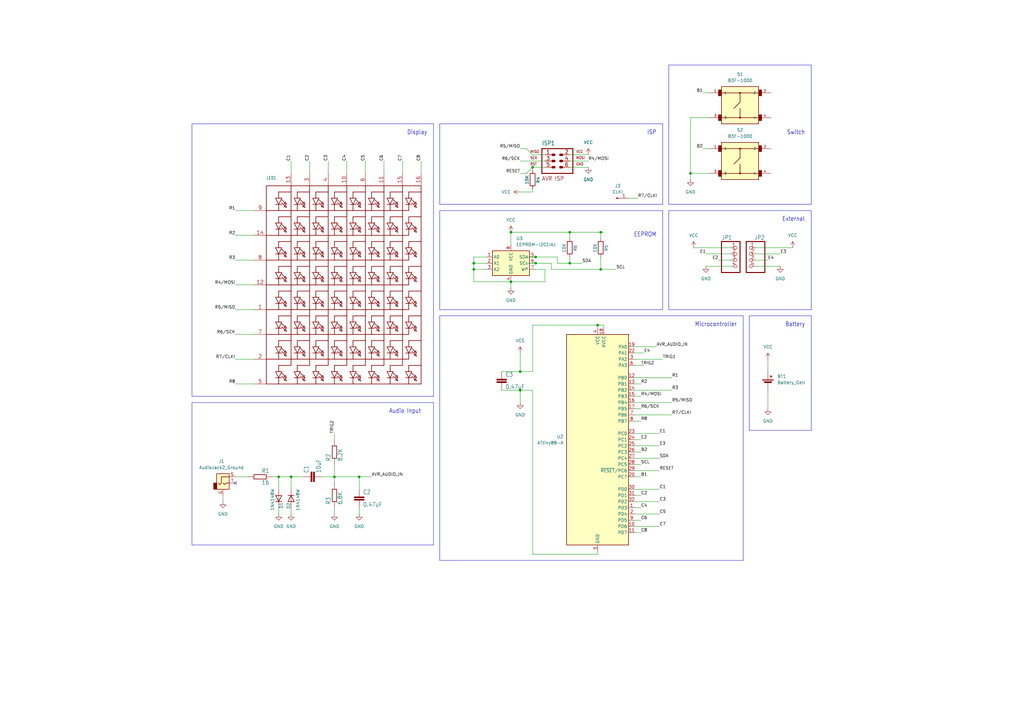
<source format=kicad_sch>
(kicad_sch (version 20250114) (generator "eeschema") (generator_version "9.0")
  (paper "A3")
  (title_block (title "Blinkenstar") (date "2025-03-28") (rev "2.7") (company "Sternenlabor e.V.") (comment 1 "André Fiedler <mail@andrefiedler.de>"))
  (lib_symbols
    (symbol "B3F-1000:B3F-1000" (pin_names (offset 1.016))
      (property "Reference" "S" (at -7.6261 7.6261 0))
      (property "Value" "B3F-1000" (at -7.6316 -8.9035 0))
      (symbol "B3F-1000_0_0"
        (pin passive line (at -12.7 5.08 0) (length 5.08) (name "4") (number "4"))
        (pin passive line (at -12.7 -5.08 0) (length 5.08) (name "2") (number "2"))
        (pin passive line (at 12.7 5.08 180) (length 5.08) (name "3") (number "3"))
        (pin passive line (at 12.7 -5.08 180) (length 5.08) (name "1") (number "1"))
      )
    )
    (symbol "Connector:Conn_01x01_Pin" (pin_names (offset 1.016) (hide yes))
      (property "Reference" "J" (at 0 2.54 0))
      (property "Value" "Conn_01x01_Pin" (at 0 -2.54 0))
      (symbol "Conn_01x01_Pin_1_1"
        (pin passive line (at 5.08 0 180) (length 3.81) (name "Pin_1") (number "1"))
      )
    )
    (symbol "Connector_Audio:AudioJack2_Ground"
      (property "Reference" "J" (at 0 8.89 0))
      (property "Value" "AudioJack2_Ground" (at 0 6.35 0))
      (symbol "AudioJack2_Ground_1_1"
        (pin passive line (at 0 -5.08 90) (length 2.54) (name "~") (number "G"))
        (pin passive line (at 5.08 2.54 180) (length 2.54) (name "~") (number "S"))
        (pin passive line (at 5.08 0 180) (length 2.54) (name "~") (number "T"))
      )
    )
    (symbol "Device:Battery_Cell" (pin_numbers (hide yes)) (pin_names (offset 0) (hide yes))
      (property "Reference" "BT" (at 2.54 2.54 0))
      (property "Value" "Battery_Cell" (at 2.54 0 0))
      (symbol "Battery_Cell_1_1"
        (pin passive line (at 0 5.08 270) (length 2.54) (name "+") (number "1"))
        (pin passive line (at 0 -2.54 90) (length 2.54) (name "-") (number "2"))
      )
    )
    (symbol "Device:R" (pin_numbers (hide yes)) (pin_names (offset 0))
      (property "Reference" "R" (at 2.032 0 90))
      (property "Value" "R" (at 0 0 90))
      (symbol "R_1_1"
        (pin passive line (at 0 3.81 270) (length 1.27) (name "~") (number "1"))
        (pin passive line (at 0 -3.81 90) (length 1.27) (name "~") (number "2"))
      )
    )
    (symbol "Diode:1N4148W" (pin_numbers (hide yes)) (pin_names (hide yes))
      (property "Reference" "D" (at 0 2.54 0))
      (property "Value" "1N4148W" (at 0 -2.54 0))
      (symbol "1N4148W_1_1"
        (pin passive line (at -3.81 0 0) (length 2.54) (name "K") (number "1"))
        (pin passive line (at 3.81 0 180) (length 2.54) (name "A") (number "2"))
      )
    )
    (symbol "MCU_Microchip_ATtiny:ATtiny88-A"
      (property "Reference" "U" (at -12.7 44.45 0))
      (property "Value" "ATtiny88-A" (at 2.54 -44.45 0))
      (symbol "ATtiny88-A_1_1"
        (pin power_in line (at 0 45.72 270) (length 2.54) (name "VCC") (number "4"))
        (pin passive line (at 0 -45.72 90) (length 2.54) (hide yes) (name "GND") (number "21"))
        (pin power_in line (at 0 -45.72 90) (length 2.54) (name "GND") (number "5"))
        (pin power_in line (at 2.54 45.72 270) (length 2.54) (name "AVCC") (number "18"))
        (pin bidirectional line (at 15.24 38.1 180) (length 2.54) (name "PA0") (number "19"))
        (pin bidirectional line (at 15.24 35.56 180) (length 2.54) (name "PA1") (number "22"))
        (pin bidirectional line (at 15.24 33.02 180) (length 2.54) (name "PA2") (number "3"))
        (pin bidirectional line (at 15.24 30.48 180) (length 2.54) (name "PA3") (number "6"))
        (pin bidirectional line (at 15.24 25.4 180) (length 2.54) (name "PB0") (number "12"))
        (pin bidirectional line (at 15.24 22.86 180) (length 2.54) (name "PB1") (number "13"))
        (pin bidirectional line (at 15.24 20.32 180) (length 2.54) (name "PB2") (number "14"))
        (pin bidirectional line (at 15.24 17.78 180) (length 2.54) (name "PB3") (number "15"))
        (pin bidirectional line (at 15.24 15.24 180) (length 2.54) (name "PB4") (number "16"))
        (pin bidirectional line (at 15.24 12.7 180) (length 2.54) (name "PB5") (number "17"))
        (pin bidirectional line (at 15.24 10.16 180) (length 2.54) (name "PB6") (number "7"))
        (pin bidirectional line (at 15.24 7.62 180) (length 2.54) (name "PB7") (number "8"))
        (pin bidirectional line (at 15.24 2.54 180) (length 2.54) (name "PC0") (number "23"))
        (pin bidirectional line (at 15.24 0 180) (length 2.54) (name "PC1") (number "24"))
        (pin bidirectional line (at 15.24 -2.54 180) (length 2.54) (name "PC2") (number "25"))
        (pin bidirectional line (at 15.24 -5.08 180) (length 2.54) (name "PC3") (number "26"))
        (pin bidirectional line (at 15.24 -7.62 180) (length 2.54) (name "PC4") (number "27"))
        (pin bidirectional line (at 15.24 -10.16 180) (length 2.54) (name "PC5") (number "28"))
        (pin bidirectional line (at 15.24 -12.7 180) (length 2.54) (name "~{RESET}/PC6") (number "29"))
        (pin bidirectional line (at 15.24 -15.24 180) (length 2.54) (name "PC7") (number "20"))
        (pin bidirectional line (at 15.24 -20.32 180) (length 2.54) (name "PD0") (number "30"))
        (pin bidirectional line (at 15.24 -22.86 180) (length 2.54) (name "PD1") (number "31"))
        (pin bidirectional line (at 15.24 -25.4 180) (length 2.54) (name "PD2") (number "32"))
        (pin bidirectional line (at 15.24 -27.94 180) (length 2.54) (name "PD3") (number "1"))
        (pin bidirectional line (at 15.24 -30.48 180) (length 2.54) (name "PD4") (number "2"))
        (pin bidirectional line (at 15.24 -33.02 180) (length 2.54) (name "PD5") (number "9"))
        (pin bidirectional line (at 15.24 -35.56 180) (length 2.54) (name "PD6") (number "10"))
        (pin bidirectional line (at 15.24 -38.1 180) (length 2.54) (name "PD7") (number "11"))
      )
    )
    (symbol "Memory_EEPROM:AT24CS01-SSHM"
      (property "Reference" "U" (at -7.62 6.35 0))
      (property "Value" "AT24CS01-SSHM" (at 2.54 -6.35 0))
      (symbol "AT24CS01-SSHM_1_1"
        (pin input line (at -10.16 2.54 0) (length 2.54) (name "A0") (number "1"))
        (pin input line (at -10.16 0 0) (length 2.54) (name "A1") (number "2"))
        (pin input line (at -10.16 -2.54 0) (length 2.54) (name "A2") (number "3"))
        (pin power_in line (at 0 7.62 270) (length 2.54) (name "VCC") (number "8"))
        (pin power_in line (at 0 -7.62 90) (length 2.54) (name "GND") (number "4"))
        (pin bidirectional line (at 10.16 2.54 180) (length 2.54) (name "SDA") (number "5"))
        (pin input line (at 10.16 0 180) (length 2.54) (name "SCL") (number "6"))
        (pin input line (at 10.16 -2.54 180) (length 2.54) (name "WP") (number "7"))
      )
    )
    (symbol "TEPT5700:TEPT5700" (pin_names (offset 1.016))
      (property "Reference" "CR" (at -2.8194 -6.1976 0))
      (property "Value" "TEPT5700" (at -3.8862 -9.3472 0))
      (symbol "TEPT5700_0_0"
        (pin passive line (at 0 0 0) (length 2.54) (name "~") (number "2"))
        (pin passive line (at 10.16 0 180) (length 2.54) (name "~") (number "1"))
      )
    )
    (symbol "blinkenrocket_cr2032-eagle-import:AVR-ISP-6VERT"
      (property "Reference" "JP" (at -6.35 6.35 0))
      (symbol "AVR-ISP-6VERT_1_0"
        (text "MISO" (at -11.176 3.175 0) (effects (font (size 1.143 0.9715)) (justify left bottom)))
        (text "SCK" (at -11.176 0.635 0) (effects (font (size 1.143 0.9715)) (justify left bottom)))
        (text "RST" (at -11.176 -1.905 0) (effects (font (size 1.143 0.9715)) (justify left bottom)))
        (text "AVR ISP" (at -6.35 -8.255 0) (effects (font (size 1.778 1.5113)) (justify left bottom)))
        (text "VCC" (at 7.62 3.175 0) (effects (font (size 1.143 0.9715)) (justify left bottom)))
        (text "MOSI" (at 7.62 0.635 0) (effects (font (size 1.143 0.9715)) (justify left bottom)))
        (text "GND" (at 7.62 -1.905 0) (effects (font (size 1.143 0.9715)) (justify left bottom)))
        (pin passive line (at -5.08 2.54 0) (length 2.54) (name "1") (number "1"))
        (pin passive line (at -5.08 0 0) (length 2.54) (name "3") (number "3"))
        (pin passive line (at -5.08 -2.54 0) (length 2.54) (name "5") (number "5"))
        (pin passive line (at 5.08 2.54 180) (length 2.54) (name "2") (number "2"))
        (pin passive line (at 5.08 0 180) (length 2.54) (name "4") (number "4"))
        (pin passive line (at 5.08 -2.54 180) (length 2.54) (name "6") (number "6"))
      )
    )
    (symbol "blinkenrocket_cr2032-eagle-import:C-EUC1206"
      (property "Reference" "C" (at 1.524 0.381 0))
      (symbol "C-EUC1206_1_0"
        (pin passive line (at 0 2.54 270) (length 2.54) (name "1") (number "1"))
        (pin passive line (at 0 -5.08 90) (length 2.54) (name "2") (number "2"))
      )
    )
    (symbol "blinkenrocket_cr2032-eagle-import:PINHD-1X04_2.54-S"
      (property "Reference" "JP" (at -6.35 8.255 0))
      (symbol "PINHD-1X04_2.54-S_1_0"
        (pin passive inverted (at -2.54 5.08 0) (length 2.54) (name "1") (number "1"))
        (pin passive inverted (at -2.54 2.54 0) (length 2.54) (name "2") (number "2"))
        (pin passive inverted (at -2.54 0 0) (length 2.54) (name "3") (number "3"))
        (pin passive inverted (at -2.54 -2.54 0) (length 2.54) (name "4") (number "4"))
      )
    )
    (symbol "blinkenrocket_cr2032-eagle-import:R-EU_R1206"
      (property "Reference" "R" (at -3.81 1.4986 0))
      (symbol "R-EU_R1206_1_0"
        (pin passive line (at -5.08 0 0) (length 2.54) (name "1") (number "1"))
        (pin passive line (at 5.08 0 180) (length 2.54) (name "2") (number "2"))
      )
    )
    (symbol "blinkenrocket_cr2032-eagle-import:SEGMENT_8X8_ROWCATHODEM12A881UR"
      (property "Reference" "LED" (at -33.02 45.72 0))
      (symbol "SEGMENT_8X8_ROWCATHODEM12A881UR_1_0"
        (pin bidirectional line (at -38.1 33.02 0) (length 5.08) (name "K1") (number "9"))
        (pin bidirectional line (at -38.1 22.86 0) (length 5.08) (name "K2") (number "14"))
        (pin bidirectional line (at -38.1 12.7 0) (length 5.08) (name "K3") (number "8"))
        (pin bidirectional line (at -38.1 2.54 0) (length 5.08) (name "K4") (number "12"))
        (pin bidirectional line (at -38.1 -7.62 0) (length 5.08) (name "K5") (number "1"))
        (pin bidirectional line (at -38.1 -17.78 0) (length 5.08) (name "K6") (number "7"))
        (pin bidirectional line (at -38.1 -27.94 0) (length 5.08) (name "K7") (number "2"))
        (pin bidirectional line (at -38.1 -38.1 0) (length 5.08) (name "K8") (number "5"))
        (pin bidirectional line (at -22.86 48.26 270) (length 5.08) (name "A1") (number "13"))
        (pin bidirectional line (at -15.24 48.26 270) (length 5.08) (name "A2") (number "3"))
        (pin bidirectional line (at -7.62 48.26 270) (length 5.08) (name "A3") (number "4"))
        (pin bidirectional line (at 0 48.26 270) (length 5.08) (name "A4") (number "10"))
        (pin bidirectional line (at 7.62 48.26 270) (length 5.08) (name "A5") (number "6"))
        (pin bidirectional line (at 15.24 48.26 270) (length 5.08) (name "A6") (number "11"))
        (pin bidirectional line (at 22.86 48.26 270) (length 5.08) (name "A7") (number "15"))
        (pin bidirectional line (at 30.48 48.26 270) (length 5.08) (name "A8") (number "16"))
      )
    )
    (symbol "power:GND" (power) (pin_numbers (hide yes)) (pin_names (offset 0) (hide yes))
      (property "Value" "GND" (at 0 -3.81 0))
      (symbol "GND_1_1"
        (pin power_in line (at 0 0 270) (length 0) (name "~") (number "1"))
      )
    )
    (symbol "power:VCC" (power) (pin_numbers (hide yes)) (pin_names (offset 0) (hide yes))
      (property "Value" "VCC" (at 0 3.556 0))
      (symbol "VCC_1_1"
        (pin power_in line (at 0 0 90) (length 0) (name "~") (number "1"))
      )
    )
  )
  (text "EEPROM" (at 269.24 95.25 0) (effects (font (size 1.778 1.5113)) (justify right top)))
  (text "Microcontroller" (at 302.26 132.08 0) (effects (font (size 1.778 1.5113)) (justify right top)))
  (text "Display" (at 175.26 53.34 0) (effects (font (size 1.778 1.5113)) (justify right top)))
  (text "Switch" (at 330.2 53.34 0) (effects (font (size 1.778 1.5113)) (justify right top)))
  (text "External" (at 330.2 88.9 0) (effects (font (size 1.778 1.5113)) (justify right top)))
  (text "ISP" (at 269.24 53.34 0) (effects (font (size 1.778 1.5113)) (justify right top)))
  (text "Audio Input" (at 172.72 167.64 0) (effects (font (size 1.778 1.5113)) (justify right top)))
  (text "Battery" (at 330.2 132.08 0) (effects (font (size 1.778 1.5113)) (justify right top)))
  (junction (at 137.16 195.58))
  (junction (at 246.38 110.49))
  (junction (at 209.55 95.25))
  (junction (at 233.68 107.95))
  (junction (at 213.36 152.4))
  (junction (at 119.38 195.58))
  (junction (at 114.3 195.58))
  (junction (at 92.71 -86.36))
  (junction (at 147.32 195.58))
  (junction (at 213.36 160.02))
  (junction (at 233.68 95.25))
  (junction (at 194.31 110.49))
  (junction (at 283.21 71.12))
  (junction (at 245.11 133.35))
  (junction (at 194.31 107.95))
  (junction (at 219.71 107.95))
  (junction (at 209.55 115.57))
  (junction (at 218.44 68.58))
  (junction (at 219.71 105.41))
  (junction (at 246.38 95.25))
  (no_connect (at 96.52 198.12))
  (polyline (pts (xy 332.74 129.54) (xy 332.74 176.53)) (stroke (width 0.1524) (type solid)))
  (wire (pts (xy 219.71 107.95) (xy 226.06 107.95)))
  (polyline (pts (xy 180.34 229.87) (xy 180.34 129.54)) (stroke (width 0.1524) (type solid)))
  (wire (pts (xy 260.35 162.56) (xy 262.89 162.56)) (stroke (width 0.1524)))
  (wire (pts (xy 215.9 107.95) (xy 219.71 107.95)))
  (wire (pts (xy 104.14 96.52) (xy 96.52 96.52)) (stroke (width 0.1524)))
  (wire (pts (xy 260.35 165.1) (xy 275.59 165.1)) (stroke (width 0.1524)))
  (wire (pts (xy 213.36 152.4) (xy 205.74 152.4)) (stroke (width 0.1524)))
  (wire (pts (xy 127 71.12) (xy 127 66.04)) (stroke (width 0.1524)))
  (wire (pts (xy 260.35 147.32) (xy 271.78 147.32)) (stroke (width 0.1524)))
  (wire (pts (xy 199.39 110.49) (xy 194.31 110.49)) (stroke (width 0.1524)))
  (wire (pts (xy 119.38 195.58) (xy 124.46 195.58)) (stroke (width 0.1524)))
  (wire (pts (xy 218.44 160.02) (xy 213.36 160.02)) (stroke (width 0.1524)))
  (wire (pts (xy 104.14 127) (xy 96.52 127)) (stroke (width 0.1524)))
  (polyline (pts (xy 271.78 83.82) (xy 180.34 83.82)) (stroke (width 0.1524) (type solid)))
  (wire (pts (xy 260.35 213.36) (xy 262.89 213.36)) (stroke (width 0.1524)))
  (polyline (pts (xy 274.32 26.67) (xy 332.74 26.67)) (stroke (width 0.1524) (type solid)))
  (wire (pts (xy 209.55 95.25) (xy 233.68 95.25)) (stroke (width 0.1524)))
  (wire (pts (xy 233.68 95.25) (xy 246.38 95.25)) (stroke (width 0.1524)))
  (wire (pts (xy 241.3 68.58) (xy 233.68 68.58)) (stroke (width 0.1524)))
  (wire (pts (xy 92.71 -66.04) (xy 92.71 -59.69)))
  (wire (pts (xy 194.31 115.57) (xy 209.55 115.57)) (stroke (width 0.1524)))
  (polyline (pts (xy 177.8 162.56) (xy 177.8 50.8)) (stroke (width 0.1524) (type solid)))
  (wire (pts (xy 314.96 167.64) (xy 314.96 160.02)) (stroke (width 0.1524)))
  (wire (pts (xy 246.38 110.49) (xy 252.73 110.49)) (stroke (width 0.1524)))
  (polyline (pts (xy 78.74 223.52) (xy 177.8 223.52)) (stroke (width 0.1524) (type solid)))
  (polyline (pts (xy 78.74 50.8) (xy 78.74 162.56)) (stroke (width 0.1524) (type solid)))
  (wire (pts (xy 114.3 208.28) (xy 114.3 210.82)) (stroke (width 0.1524)))
  (wire (pts (xy 260.35 205.74) (xy 270.51 205.74)) (stroke (width 0.1524)))
  (wire (pts (xy 226.06 107.95) (xy 226.06 110.49)))
  (wire (pts (xy 260.35 144.78) (xy 264.16 144.78)) (stroke (width 0.1524)))
  (polyline (pts (xy 271.78 127) (xy 180.34 127)) (stroke (width 0.1524) (type solid)))
  (wire (pts (xy 260.35 187.96) (xy 270.51 187.96)) (stroke (width 0.1524)))
  (wire (pts (xy 215.9 60.96) (xy 213.36 60.96)) (stroke (width 0.1524)))
  (polyline (pts (xy 177.8 223.52) (xy 177.8 165.1)) (stroke (width 0.1524) (type solid)))
  (wire (pts (xy 228.6 105.41) (xy 219.71 105.41)))
  (wire (pts (xy 223.52 68.58) (xy 218.44 68.58)) (stroke (width 0.1524)))
  (polyline (pts (xy 180.34 86.36) (xy 271.78 86.36)) (stroke (width 0.1524) (type solid)))
  (wire (pts (xy 260.35 170.18) (xy 275.59 170.18)) (stroke (width 0.1524)))
  (wire (pts (xy 165.1 71.12) (xy 165.1 66.04)) (stroke (width 0.1524)))
  (wire (pts (xy 104.14 157.48) (xy 96.52 157.48)) (stroke (width 0.1524)))
  (wire (pts (xy 260.35 149.86) (xy 264.16 149.86)) (stroke (width 0.1524)))
  (wire (pts (xy 215.9 105.41) (xy 219.71 105.41)))
  (polyline (pts (xy 332.74 127) (xy 274.32 127)) (stroke (width 0.1524) (type solid)))
  (wire (pts (xy 314.96 147.32) (xy 314.96 152.4)) (stroke (width 0.1524)))
  (wire (pts (xy 309.88 106.68) (xy 314.96 106.68)) (stroke (width 0.1524)))
  (wire (pts (xy 260.35 160.02) (xy 275.59 160.02)) (stroke (width 0.1524)))
  (wire (pts (xy 260.35 208.28) (xy 262.89 208.28)) (stroke (width 0.1524)))
  (wire (pts (xy 245.11 227.33) (xy 245.11 226.06)))
  (wire (pts (xy 137.16 180.34) (xy 137.16 177.8)) (stroke (width 0.1524)))
  (wire (pts (xy 119.38 200.66) (xy 119.38 195.58)) (stroke (width 0.1524)))
  (wire (pts (xy 290.83 60.96) (xy 288.29 60.96)) (stroke (width 0.1524)))
  (polyline (pts (xy 304.8 129.54) (xy 304.8 229.87)) (stroke (width 0.1524) (type solid)))
  (polyline (pts (xy 271.78 50.8) (xy 271.78 83.82)) (stroke (width 0.1524) (type solid)))
  (wire (pts (xy 299.72 104.14) (xy 289.56 104.14)) (stroke (width 0.1524)))
  (wire (pts (xy 260.35 215.9) (xy 270.51 215.9)) (stroke (width 0.1524)))
  (wire (pts (xy 233.68 105.41) (xy 233.68 107.95)) (stroke (width 0.1524)))
  (polyline (pts (xy 332.74 86.36) (xy 332.74 127)) (stroke (width 0.1524) (type solid)))
  (wire (pts (xy 232.41 107.95) (xy 233.68 107.95)))
  (wire (pts (xy 260.35 154.94) (xy 275.59 154.94)) (stroke (width 0.1524)))
  (wire (pts (xy 246.38 95.25) (xy 247.65 95.25)) (stroke (width 0.1524)))
  (wire (pts (xy 245.11 227.33) (xy 218.44 227.33)))
  (wire (pts (xy 223.52 63.5) (xy 218.44 63.5)) (stroke (width 0.1524)))
  (wire (pts (xy 218.44 78.74) (xy 213.36 78.74)) (stroke (width 0.1524)))
  (wire (pts (xy 260.35 182.88) (xy 270.51 182.88)) (stroke (width 0.1524)))
  (wire (pts (xy 104.14 86.36) (xy 96.52 86.36)) (stroke (width 0.1524)))
  (wire (pts (xy 213.36 152.4) (xy 213.36 144.78)) (stroke (width 0.1524)))
  (wire (pts (xy 260.35 172.72) (xy 262.89 172.72)) (stroke (width 0.1524)))
  (wire (pts (xy 114.3 195.58) (xy 114.3 200.66)) (stroke (width 0.1524)))
  (wire (pts (xy 218.44 152.4) (xy 213.36 152.4)) (stroke (width 0.1524)))
  (wire (pts (xy 283.21 48.26) (xy 283.21 71.12)))
  (polyline (pts (xy 307.34 176.53) (xy 307.34 129.54)) (stroke (width 0.1524) (type solid)))
  (wire (pts (xy 283.21 71.12) (xy 283.21 73.66)))
  (wire (pts (xy 134.62 71.12) (xy 134.62 66.04)) (stroke (width 0.1524)))
  (wire (pts (xy 260.35 167.64) (xy 262.89 167.64)) (stroke (width 0.1524)))
  (wire (pts (xy 218.44 77.47) (xy 218.44 78.74)) (stroke (width 0.1524)))
  (wire (pts (xy 260.35 142.24) (xy 269.24 142.24)) (stroke (width 0.1524)))
  (wire (pts (xy 228.6 105.41) (xy 228.6 107.95)))
  (polyline (pts (xy 78.74 162.56) (xy 177.8 162.56)) (stroke (width 0.1524) (type solid)))
  (wire (pts (xy 147.32 195.58) (xy 152.4 195.58)) (stroke (width 0.1524)))
  (wire (pts (xy 96.52 195.58) (xy 101.6 195.58)) (stroke (width 0.1524)))
  (wire (pts (xy 309.88 104.14) (xy 320.04 104.14)) (stroke (width 0.1524)))
  (wire (pts (xy 147.32 208.28) (xy 147.32 210.82)) (stroke (width 0.1524)))
  (polyline (pts (xy 180.34 127) (xy 180.34 86.36)) (stroke (width 0.1524) (type solid)))
  (polyline (pts (xy 332.74 26.67) (xy 332.74 83.82)) (stroke (width 0.1524) (type solid)))
  (wire (pts (xy 260.35 218.44) (xy 262.89 218.44)) (stroke (width 0.1524)))
  (wire (pts (xy 245.11 134.62) (xy 245.11 133.35)))
  (polyline (pts (xy 180.34 83.82) (xy 180.34 50.8)) (stroke (width 0.1524) (type solid)))
  (wire (pts (xy 147.32 195.58) (xy 147.32 200.66)) (stroke (width 0.1524)))
  (polyline (pts (xy 332.74 83.82) (xy 274.32 83.82)) (stroke (width 0.1524) (type solid)))
  (wire (pts (xy 260.35 190.5) (xy 262.89 190.5)) (stroke (width 0.1524)))
  (wire (pts (xy 194.31 110.49) (xy 194.31 115.57)) (stroke (width 0.1524)))
  (wire (pts (xy 218.44 227.33) (xy 218.44 160.02)))
  (wire (pts (xy 92.71 -96.52) (xy 92.71 -86.36)))
  (wire (pts (xy 137.16 198.12) (xy 137.16 195.58)) (stroke (width 0.1524)))
  (wire (pts (xy 260.35 200.66) (xy 270.51 200.66)) (stroke (width 0.1524)))
  (wire (pts (xy 246.38 95.25) (xy 246.38 97.79)) (stroke (width 0.1524)))
  (wire (pts (xy 260.35 203.2) (xy 262.89 203.2)) (stroke (width 0.1524)))
  (wire (pts (xy 149.86 71.12) (xy 149.86 66.04)) (stroke (width 0.1524)))
  (wire (pts (xy 172.72 71.12) (xy 172.72 66.04)) (stroke (width 0.1524)))
  (wire (pts (xy 219.71 110.49) (xy 223.52 110.49)) (stroke (width 0.1524)))
  (wire (pts (xy 199.39 107.95) (xy 194.31 107.95)) (stroke (width 0.1524)))
  (wire (pts (xy 283.21 71.12) (xy 290.83 71.12)))
  (wire (pts (xy 199.39 105.41) (xy 194.31 105.41)) (stroke (width 0.1524)))
  (wire (pts (xy 233.68 95.25) (xy 233.68 97.79)) (stroke (width 0.1524)))
  (wire (pts (xy 247.65 133.35) (xy 245.11 133.35)))
  (wire (pts (xy 245.11 133.35) (xy 218.44 133.35)))
  (wire (pts (xy 119.38 208.28) (xy 119.38 210.82)))
  (wire (pts (xy 299.72 101.6) (xy 284.48 101.6)) (stroke (width 0.1524)))
  (wire (pts (xy 260.35 193.04) (xy 270.51 193.04)) (stroke (width 0.1524)))
  (wire (pts (xy 132.08 195.58) (xy 137.16 195.58)) (stroke (width 0.1524)))
  (wire (pts (xy 290.83 38.1) (xy 288.29 38.1)) (stroke (width 0.1524)))
  (wire (pts (xy 194.31 107.95) (xy 194.31 110.49)) (stroke (width 0.1524)))
  (wire (pts (xy 213.36 160.02) (xy 213.36 165.1)) (stroke (width 0.1524)))
  (wire (pts (xy 283.21 48.26) (xy 290.83 48.26)))
  (wire (pts (xy 246.38 105.41) (xy 246.38 110.49)))
  (polyline (pts (xy 304.8 229.87) (xy 180.34 229.87)) (stroke (width 0.1524) (type solid)))
  (wire (pts (xy 104.14 147.32) (xy 96.52 147.32)) (stroke (width 0.1524)))
  (wire (pts (xy 299.72 109.22) (xy 289.56 109.22)) (stroke (width 0.1524)))
  (wire (pts (xy 114.3 195.58) (xy 119.38 195.58)) (stroke (width 0.1524)))
  (wire (pts (xy 92.71 -107.95) (xy 92.71 -104.14)))
  (wire (pts (xy 309.88 109.22) (xy 320.04 109.22)) (stroke (width 0.1524)))
  (wire (pts (xy 260.35 185.42) (xy 262.89 185.42)) (stroke (width 0.1524)))
  (polyline (pts (xy 307.34 129.54) (xy 332.74 129.54)) (stroke (width 0.1524) (type solid)))
  (wire (pts (xy 299.72 106.68) (xy 294.64 106.68)) (stroke (width 0.1524)))
  (polyline (pts (xy 78.74 165.1) (xy 78.74 223.52)) (stroke (width 0.1524) (type solid)))
  (wire (pts (xy 209.55 115.57) (xy 209.55 118.11)) (stroke (width 0.1524)))
  (wire (pts (xy 257.81 81.28) (xy 261.62 81.28)))
  (wire (pts (xy 233.68 107.95) (xy 238.76 107.95)))
  (wire (pts (xy 233.68 66.04) (xy 241.3 66.04)) (stroke (width 0.1524)))
  (polyline (pts (xy 177.8 50.8) (xy 78.74 50.8)) (stroke (width 0.1524) (type solid)))
  (polyline (pts (xy 180.34 50.8) (xy 271.78 50.8)) (stroke (width 0.1524) (type solid)))
  (wire (pts (xy 104.14 116.84) (xy 96.52 116.84)) (stroke (width 0.1524)))
  (wire (pts (xy 137.16 195.58) (xy 147.32 195.58)) (stroke (width 0.1524)))
  (wire (pts (xy 92.71 -86.36) (xy 106.68 -86.36)))
  (polyline (pts (xy 332.74 176.53) (xy 307.34 176.53)) (stroke (width 0.1524) (type solid)))
  (polyline (pts (xy 274.32 127) (xy 274.32 86.36)) (stroke (width 0.1524) (type solid)))
  (wire (pts (xy 223.52 110.49) (xy 223.52 115.57)) (stroke (width 0.1524)))
  (wire (pts (xy 309.88 101.6) (xy 325.12 101.6)) (stroke (width 0.1524)))
  (wire (pts (xy 92.71 -86.36) (xy 92.71 -76.2)))
  (wire (pts (xy 137.16 195.58) (xy 137.16 190.5)) (stroke (width 0.1524)))
  (wire (pts (xy 142.24 71.12) (xy 142.24 66.04)) (stroke (width 0.1524)))
  (polyline (pts (xy 274.32 86.36) (xy 332.74 86.36)) (stroke (width 0.1524) (type solid)))
  (wire (pts (xy 157.48 71.12) (xy 157.48 66.04)) (stroke (width 0.1524)))
  (wire (pts (xy 260.35 157.48) (xy 262.89 157.48)) (stroke (width 0.1524)))
  (wire (pts (xy 215.9 71.12) (xy 213.36 71.12)) (stroke (width 0.1524)))
  (wire (pts (xy 260.35 177.8) (xy 270.51 177.8)) (stroke (width 0.1524)))
  (wire (pts (xy 218.44 63.5) (xy 215.9 60.96)) (stroke (width 0.1524)))
  (wire (pts (xy 226.06 110.49) (xy 246.38 110.49)) (stroke (width 0.1524)))
  (wire (pts (xy 218.44 68.58) (xy 218.44 69.85)))
  (polyline (pts (xy 180.34 129.54) (xy 304.8 129.54)) (stroke (width 0.1524) (type solid)))
  (wire (pts (xy 213.36 160.02) (xy 205.74 160.02)) (stroke (width 0.1524)))
  (wire (pts (xy 241.3 63.5) (xy 233.68 63.5)) (stroke (width 0.1524)))
  (wire (pts (xy 137.16 208.28) (xy 137.16 210.82)) (stroke (width 0.1524)))
  (wire (pts (xy 119.38 71.12) (xy 119.38 66.04)) (stroke (width 0.1524)))
  (wire (pts (xy 247.65 134.62) (xy 247.65 133.35)))
  (wire (pts (xy 260.35 195.58) (xy 262.89 195.58)) (stroke (width 0.1524)))
  (wire (pts (xy 104.14 137.16) (xy 96.52 137.16)) (stroke (width 0.1524)))
  (wire (pts (xy 194.31 105.41) (xy 194.31 107.95)) (stroke (width 0.1524)))
  (wire (pts (xy 260.35 210.82) (xy 270.51 210.82)) (stroke (width 0.1524)))
  (polyline (pts (xy 177.8 165.1) (xy 78.74 165.1)) (stroke (width 0.1524) (type solid)))
  (wire (pts (xy 223.52 115.57) (xy 209.55 115.57)) (stroke (width 0.1524)))
  (polyline (pts (xy 274.32 83.82) (xy 274.32 26.67)) (stroke (width 0.1524) (type solid)))
  (wire (pts (xy 111.76 195.58) (xy 114.3 195.58)) (stroke (width 0.1524)))
  (polyline (pts (xy 271.78 86.36) (xy 271.78 127)) (stroke (width 0.1524) (type solid)))
  (wire (pts (xy 218.44 133.35) (xy 218.44 152.4)))
  (wire (pts (xy 209.55 95.25) (xy 209.55 100.33)) (stroke (width 0.1524)))
  (wire (pts (xy 91.44 203.2) (xy 91.44 205.74)))
  (wire (pts (xy 223.52 66.04) (xy 213.36 66.04)) (stroke (width 0.1524)))
  (wire (pts (xy 228.6 107.95) (xy 233.68 107.95)) (stroke (width 0.1524)))
  (wire (pts (xy 104.14 106.68) (xy 96.52 106.68)) (stroke (width 0.1524)))
  (wire (pts (xy 260.35 180.34) (xy 262.89 180.34)) (stroke (width 0.1524)))
  (wire (pts (xy 218.44 68.58) (xy 215.9 71.12)) (stroke (width 0.1524)))
  (label "R6/SCK" (at 262.89 167.64 0) (effects (font (size 1.2446 1.2446))))
  (label "C2" (at 127 66.04 90) (effects (font (size 1.2446 1.2446))))
  (label "B1" (at 262.89 195.58 0) (effects (font (size 1.2446 1.2446))))
  (label "B1" (at 288.29 38.1 180) (effects (font (size 1.2446 1.2446))))
  (label "E2" (at 262.89 180.34 0) (effects (font (size 1.2446 1.2446))))
  (label "C7" (at 270.51 215.9 0) (effects (font (size 1.2446 1.2446))))
  (label "E1" (at 270.51 177.8 0) (effects (font (size 1.2446 1.2446))))
  (label "C3" (at 134.62 66.04 90) (effects (font (size 1.2446 1.2446))))
  (label "C1" (at 270.51 200.66 0) (effects (font (size 1.2446 1.2446))))
  (label "E3" (at 320.04 104.14 0) (effects (font (size 1.2446 1.2446))))
  (label "C4" (at 262.89 208.28 0) (effects (font (size 1.2446 1.2446))))
  (label "B2" (at 262.89 185.42 0) (effects (font (size 1.2446 1.2446))))
  (label "E4" (at 314.96 106.68 0) (effects (font (size 1.2446 1.2446))))
  (label "C5" (at 149.86 66.04 90) (effects (font (size 1.2446 1.2446))))
  (label "C3" (at 270.51 205.74 0) (effects (font (size 1.2446 1.2446))))
  (label "TRIG1" (at 271.78 147.32 0) (effects (font (size 1.2446 1.2446))))
  (label "R3" (at 96.52 106.68 180) (effects (font (size 1.2446 1.2446))))
  (label "R8" (at 262.89 172.72 0) (effects (font (size 1.2446 1.2446))))
  (label "C6" (at 262.89 213.36 0) (effects (font (size 1.2446 1.2446))))
  (label "TRIG2" (at 137.16 177.8 90) (effects (font (size 1.2446 1.2446))))
  (label "C7" (at 165.1 66.04 90) (effects (font (size 1.2446 1.2446))))
  (label "R5/MISO" (at 275.59 165.1 0) (effects (font (size 1.2446 1.2446))))
  (label "C8" (at 262.89 218.44 0) (effects (font (size 1.2446 1.2446))))
  (label "C4" (at 142.24 66.04 90) (effects (font (size 1.2446 1.2446))))
  (label "AVR_AUDIO_IN" (at 152.4 195.58 0) (effects (font (size 1.2446 1.2446))))
  (label "SDA" (at 238.76 107.95 0) (effects (font (size 1.2446 1.2446))))
  (label "TRIG2" (at 262.89 149.86 0) (effects (font (size 1.2446 1.2446))))
  (label "C6" (at 157.48 66.04 90) (effects (font (size 1.2446 1.2446))))
  (label "C1" (at 119.38 66.04 90) (effects (font (size 1.2446 1.2446))))
  (label "R7{slash}CLKI" (at 261.62 81.28 0) (effects (font (size 1.2446 1.2446))))
  (label "R8" (at 96.52 157.48 180) (effects (font (size 1.2446 1.2446))))
  (label "RESET" (at 270.51 193.04 0) (effects (font (size 1.2446 1.2446))))
  (label "SCL" (at 252.73 110.49 0) (effects (font (size 1.2446 1.2446))))
  (label "R7{slash}CLKI" (at 275.59 170.18 0) (effects (font (size 1.2446 1.2446))))
  (label "SCL" (at 262.89 190.5 0) (effects (font (size 1.2446 1.2446))))
  (label "C5" (at 270.51 210.82 0) (effects (font (size 1.2446 1.2446))))
  (label "R4/MOSI" (at 241.3 66.04 0) (effects (font (size 1.2446 1.2446))))
  (label "R2" (at 262.89 157.48 0) (effects (font (size 1.2446 1.2446))))
  (label "R6/SCK" (at 96.52 137.16 180) (effects (font (size 1.2446 1.2446))))
  (label "R4/MOSI" (at 96.52 116.84 180) (effects (font (size 1.2446 1.2446))))
  (label "B2" (at 288.29 60.96 180) (effects (font (size 1.2446 1.2446))))
  (label "E3" (at 270.51 182.88 0) (effects (font (size 1.2446 1.2446))))
  (label "R1" (at 96.52 86.36 180) (effects (font (size 1.2446 1.2446))))
  (label "E4" (at 264.16 144.78 0) (effects (font (size 1.2446 1.2446))))
  (label "R2" (at 96.52 96.52 180) (effects (font (size 1.2446 1.2446))))
  (label "E1" (at 289.56 104.14 180) (effects (font (size 1.2446 1.2446))))
  (label "C8" (at 172.72 66.04 90) (effects (font (size 1.2446 1.2446))))
  (label "R5/MISO" (at 213.36 60.96 180) (effects (font (size 1.2446 1.2446))))
  (label "R6/SCK" (at 213.36 66.04 180) (effects (font (size 1.2446 1.2446))))
  (label "E2" (at 294.64 106.68 180) (effects (font (size 1.2446 1.2446))))
  (label "R1" (at 275.59 154.94 0) (effects (font (size 1.2446 1.2446))))
  (label "R4/MOSI" (at 262.89 162.56 0) (effects (font (size 1.2446 1.2446))))
  (label "AVR_AUDIO_IN" (at 269.24 142.24 0) (effects (font (size 1.2446 1.2446))))
  (label "R7{slash}CLKI" (at 96.52 147.32 180) (effects (font (size 1.2446 1.2446))))
  (label "SDA" (at 270.51 187.96 0) (effects (font (size 1.2446 1.2446))))
  (label "R5/MISO" (at 96.52 127 180) (effects (font (size 1.2446 1.2446))))
  (label "C2" (at 262.89 203.2 0) (effects (font (size 1.2446 1.2446))))
  (label "R3" (at 275.59 160.02 0) (effects (font (size 1.2446 1.2446))))
  (label "RESET" (at 213.36 71.12 180) (effects (font (size 1.2446 1.2446))))
  (global_label "To ATtiny88 input pin (e.g., INT0)" (shape input) (at 106.68 -86.36 0) (property "Intersheetrefs" "${INTERSHEET_REFS}" (effects (hide yes))))
  (symbol (lib_id "Memory_EEPROM:AT24CS01-SSHM") (at 209.55 107.95 0) (unit 1)
    (property "Reference" "U3" (at 211.6933 97.79 0) (effects (justify left)))
    (property "Value" "EEPROM-I2CEIAJ" (at 211.6933 100.33 0) (effects (justify left)))
    (property "Footprint" "Package_SO:SOIC-8_3.9x4.9mm_P1.27mm" (effects (hide yes)))
    (property "Datasheet" "http://ww1.microchip.com/downloads/en/DeviceDoc/Atmel-8815-SEEPROM-AT24CS01-02-Datasheet.pdf" (effects (hide yes)))
    (property "Description" "I2C Serial EEPROM, 1Kb (128x8) with Unique Serial Number, SO8" (effects (hide yes)))
  )
  (symbol (lib_id "power:GND") (at 289.56 109.22 0) (unit 1)
    (property "Reference" "#PWR010" (effects (hide yes)))
    (property "Value" "GND" (at 289.56 114.3 0))
    (property "Description" "Power symbol creates a global label with name \"GND\" , ground" (effects (hide yes)))
  )
  (symbol (lib_id "Device:R") (at 233.68 101.6 0) (unit 1)
    (property "Reference" "R6" (at 235.966 103.124 90) (effects (justify left)))
    (property "Value" "10K" (at 231.394 103.632 90) (effects (justify left)))
    (property "Footprint" "Resistor_SMD:R_0603_1608Metric_Pad0.98x0.95mm_HandSolder" (effects (hide yes)))
    (property "Description" "Resistor" (effects (hide yes)))
  )
  (symbol (lib_id "power:VCC") (at 213.36 144.78 0) (unit 1)
    (property "Reference" "#PWR014" (effects (hide yes)))
    (property "Value" "VCC" (at 213.36 139.7 0))
    (property "Description" "Power symbol creates a global label with name \"VCC\"" (effects (hide yes)))
  )
  (symbol (lib_id "TEPT5700:TEPT5700") (at 92.71 -76.2 270) (unit 1)
    (property "Reference" "CR1" (at 99.06 -71.1201 90) (effects (justify left)))
    (property "Value" "TEPT5700" (at 99.06 -68.5801 90) (effects (justify left)))
    (property "Footprint" "TEPT5700:LED_TEPT5700" (effects (hide yes)))
    (property "MF" "Vishay Semiconductor" (effects (hide yes)))
    (property "VENDOR" "Vishay" (effects (hide yes)))
    (property "Description_1" "Phototransistors 570nm Top View Radial" (effects (hide yes)))
    (property "Package" "None" (effects (hide yes)))
    (property "Price" "None" (effects (hide yes)))
    (property "Check_prices" "https://www.snapeda.com/parts/TEPT5700/Vishay/view-part/?ref=eda" (effects (hide yes)))
    (property "SnapEDA_Link" "https://www.snapeda.com/parts/TEPT5700/Vishay/view-part/?ref=snap" (effects (hide yes)))
    (property "MP" "TEPT5700" (effects (hide yes)))
    (property "Availability" "In Stock" (effects (hide yes)))
    (property "MANUFACTURER_PART_NUMBER" "TEPT5700" (effects (hide yes)))
  )
  (symbol (lib_id "blinkenrocket_cr2032-eagle-import:C-EUC1206") (at 205.74 154.94 0) (unit 1)
    (property "Reference" "C3" (at 207.264 154.559 0) (effects (font (size 1.778 1.5113)) (justify left bottom)))
    (property "Value" "0.47uF" (at 207.264 159.639 0) (effects (font (size 1.778 1.5113)) (justify left bottom)))
    (property "Footprint" "Capacitor_SMD:C_0603_1608Metric_Pad1.08x0.95mm_HandSolder" (effects (hide yes)))
  )
  (symbol (lib_id "blinkenrocket_cr2032-eagle-import:R-EU_R1206") (at 106.68 195.58 0) (mirror y) (unit 1)
    (property "Reference" "R1" (at 110.49 194.0814 0) (effects (font (size 1.778 1.5113)) (justify left bottom)))
    (property "Value" "16" (at 110.49 198.882 0) (effects (font (size 1.778 1.5113)) (justify left bottom)))
    (property "Footprint" "Resistor_SMD:R_0603_1608Metric_Pad0.98x0.95mm_HandSolder" (effects (hide yes)))
  )
  (symbol (lib_id "power:VCC") (at 325.12 101.6 0) (unit 1)
    (property "Reference" "#PWR019" (effects (hide yes)))
    (property "Value" "VCC" (at 325.12 96.52 0))
    (property "Description" "Power symbol creates a global label with name \"VCC\"" (effects (hide yes)))
  )
  (symbol (lib_id "Device:Battery_Cell") (at 314.96 157.48 0) (unit 1)
    (property "Reference" "BT1" (at 318.77 154.3684 0) (effects (justify left)))
    (property "Value" "Battery_Cell" (at 318.77 156.9084 0) (effects (justify left)))
    (property "Footprint" "Library:CR2032PAC_ELECTRODRAGON" (effects (hide yes)))
    (property "Description" "Single-cell battery" (effects (hide yes)))
  )
  (symbol (lib_id "power:GND") (at 92.71 -59.69 0) (unit 1)
    (property "Reference" "#PWR021" (effects (hide yes)))
    (property "Value" "GND" (at 92.71 -54.61 0))
    (property "Description" "Power symbol creates a global label with name \"GND\" , ground" (effects (hide yes)))
  )
  (symbol (lib_id "Diode:1N4148W") (at 114.3 204.47 90) (unit 1)
    (property "Reference" "D1" (at 115.316 205.994 0) (effects (justify right)))
    (property "Value" "1N4148W" (at 111.76 200.406 0) (effects (justify right)))
    (property "Footprint" "Diode_SMD:D_SOD-123" (effects (hide yes)))
    (property "Datasheet" "https://www.vishay.com/docs/85748/1n4148w.pdf" (effects (hide yes)))
    (property "Description" "75V 0.15A Fast Switching Diode, SOD-123" (effects (hide yes)))
    (property "Sim.Device" "D" (effects (hide yes)))
    (property "Sim.Pins" "1=K 2=A" (effects (hide yes)))
  )
  (symbol (lib_id "MCU_Microchip_ATtiny:ATtiny88-A") (at 245.11 180.34 0) (unit 1)
    (property "Reference" "U2" (at 231.14 179.0699 0) (effects (justify right)))
    (property "Value" "ATtiny88-A" (at 231.14 181.6099 0) (effects (justify right)))
    (property "Footprint" "Package_QFP:TQFP-32_7x7mm_P0.8mm" (effects (hide yes)))
    (property "Datasheet" "http://ww1.microchip.com/downloads/en/DeviceDoc/doc8008.pdf" (effects (hide yes)))
    (property "Description" "12MHz, 8kB Flash, 512B SRAM, 64B EEPROM, TQFP-32" (effects (hide yes)))
  )
  (symbol (lib_id "Device:R") (at 92.71 -100.33 0) (unit 1)
    (property "Reference" "R7" (at 94.996 -98.806 90) (effects (justify left)))
    (property "Value" "10K" (at 90.424 -98.298 90) (effects (justify left)))
    (property "Footprint" "Resistor_SMD:R_0603_1608Metric_Pad0.98x0.95mm_HandSolder" (effects (hide yes)))
    (property "Description" "Resistor" (effects (hide yes)))
  )
  (symbol (lib_id "B3F-1000:B3F-1000") (at 303.53 66.04 180) (unit 1)
    (property "Reference" "S2" (at 303.5315 53.34 0))
    (property "Value" "B3F-1000" (at 303.5315 55.88 0))
    (property "Footprint" "Library:B3F-10XX" (effects (hide yes)))
    (property "MF" "Omron" (effects (hide yes)))
    (property "Description_1" "Tactile Switch SPST-NO Top Actuated Through Hole" (effects (hide yes)))
    (property "Package" "None" (effects (hide yes)))
    (property "Price" "None" (effects (hide yes)))
    (property "Check_prices" "https://www.snapeda.com/parts/B3F-1000/Omron/view-part/?ref=eda" (effects (hide yes)))
    (property "SnapEDA_Link" "https://www.snapeda.com/parts/B3F-1000/Omron/view-part/?ref=snap" (effects (hide yes)))
    (property "MP" "B3F-1000" (effects (hide yes)))
    (property "Availability" "In Stock" (effects (hide yes)))
    (property "MANUFACTURER" "Omron" (effects (hide yes)))
  )
  (symbol (lib_id "B3F-1000:B3F-1000") (at 303.53 43.18 180) (unit 1)
    (property "Reference" "S1" (at 303.5315 30.48 0))
    (property "Value" "B3F-1000" (at 303.5315 33.02 0))
    (property "Footprint" "Library:B3F-10XX" (effects (hide yes)))
    (property "MF" "Omron" (effects (hide yes)))
    (property "Description_1" "Tactile Switch SPST-NO Top Actuated Through Hole" (effects (hide yes)))
    (property "Package" "None" (effects (hide yes)))
    (property "Price" "None" (effects (hide yes)))
    (property "Check_prices" "https://www.snapeda.com/parts/B3F-1000/Omron/view-part/?ref=eda" (effects (hide yes)))
    (property "SnapEDA_Link" "https://www.snapeda.com/parts/B3F-1000/Omron/view-part/?ref=snap" (effects (hide yes)))
    (property "MP" "B3F-1000" (effects (hide yes)))
    (property "Availability" "In Stock" (effects (hide yes)))
    (property "MANUFACTURER" "Omron" (effects (hide yes)))
  )
  (symbol (lib_id "power:GND") (at 314.96 167.64 0) (unit 1)
    (property "Reference" "#PWR011" (effects (hide yes)))
    (property "Value" "GND" (at 314.96 172.72 0))
    (property "Description" "Power symbol creates a global label with name \"GND\" , ground" (effects (hide yes)))
  )
  (symbol (lib_id "power:GND") (at 213.36 165.1 0) (unit 1)
    (property "Reference" "#PWR012" (effects (hide yes)))
    (property "Value" "GND" (at 213.36 170.18 0))
    (property "Description" "Power symbol creates a global label with name \"GND\" , ground" (effects (hide yes)))
  )
  (symbol (lib_id "Connector_Audio:AudioJack2_Ground") (at 91.44 198.12 0) (unit 1)
    (property "Reference" "J1" (at 90.805 189.23 0))
    (property "Value" "AudioJack2_Ground" (at 90.805 191.77 0))
    (property "Footprint" "Library:AUDIO-JACK" (effects (hide yes)))
    (property "Description" "Audio Jack, 2 Poles (Mono / TS), Grounded Sleeve" (effects (hide yes)))
  )
  (symbol (lib_id "blinkenrocket_cr2032-eagle-import:SEGMENT_8X8_ROWCATHODEM12A881UR") (at 142.24 119.38 0) (unit 1)
    (property "Reference" "LED1" (at 109.22 73.66 0) (effects (font (size 1.27 1.0795)) (justify left bottom)))
    (property "Value" "SEGMENT_8X8_ROWCATHODEM12A881UR" (effects (hide yes)))
    (property "Footprint" "Library:SEGMENT_BL-M12A883" (effects (hide yes)))
  )
  (symbol (lib_id "power:VCC") (at 241.3 63.5 0) (unit 1)
    (property "Reference" "#PWR016" (effects (hide yes)))
    (property "Value" "VCC" (at 241.3 58.42 0))
    (property "Description" "Power symbol creates a global label with name \"VCC\"" (effects (hide yes)))
  )
  (symbol (lib_id "Diode:1N4148W") (at 119.38 204.47 270) (unit 1)
    (property "Reference" "D2" (at 118.364 208.788 0) (effects (justify right)))
    (property "Value" "1N4148W" (at 122.174 209.55 0) (effects (justify right)))
    (property "Footprint" "Diode_SMD:D_SOD-123" (effects (hide yes)))
    (property "Datasheet" "https://www.vishay.com/docs/85748/1n4148w.pdf" (effects (hide yes)))
    (property "Description" "75V 0.15A Fast Switching Diode, SOD-123" (effects (hide yes)))
    (property "Sim.Device" "D" (effects (hide yes)))
    (property "Sim.Pins" "1=K 2=A" (effects (hide yes)))
  )
  (symbol (lib_id "power:GND") (at 137.16 210.82 0) (unit 1)
    (property "Reference" "#PWR02" (effects (hide yes)))
    (property "Value" "GND" (at 137.16 215.9 0))
    (property "Description" "Power symbol creates a global label with name \"GND\" , ground" (effects (hide yes)))
  )
  (symbol (lib_id "Device:R") (at 246.38 101.6 0) (unit 1)
    (property "Reference" "R5" (at 248.666 103.124 90) (effects (justify left)))
    (property "Value" "10K" (at 244.094 103.632 90) (effects (justify left)))
    (property "Footprint" "Resistor_SMD:R_0603_1608Metric_Pad0.98x0.95mm_HandSolder" (effects (hide yes)))
    (property "Description" "Resistor" (effects (hide yes)))
  )
  (symbol (lib_id "power:GND") (at 114.3 210.82 0) (unit 1)
    (property "Reference" "#PWR04" (effects (hide yes)))
    (property "Value" "GND" (at 114.3 215.9 0))
    (property "Description" "Power symbol creates a global label with name \"GND\" , ground" (effects (hide yes)))
  )
  (symbol (lib_id "power:VCC") (at 213.36 78.74 90) (unit 1)
    (property "Reference" "#PWR017" (effects (hide yes)))
    (property "Value" "VCC" (at 209.55 78.7399 90) (effects (justify left)))
    (property "Description" "Power symbol creates a global label with name \"VCC\"" (effects (hide yes)))
  )
  (symbol (lib_id "blinkenrocket_cr2032-eagle-import:PINHD-1X04_2.54-S") (at 307.34 106.68 0) (mirror y) (unit 1)
    (property "Reference" "JP2" (at 313.69 98.425 0) (effects (font (size 1.778 1.5113)) (justify left bottom)))
    (property "Value" "PINHD-1X04_2.54-S" (effects (hide yes)))
    (property "Footprint" "Connector_PinHeader_1.00mm:PinHeader_1x04_P1.00mm_Vertical" (effects (hide yes)))
  )
  (symbol (lib_id "power:GND") (at 91.44 205.74 0) (unit 1)
    (property "Reference" "#PWR05" (effects (hide yes)))
    (property "Value" "GND" (at 91.44 210.82 0))
    (property "Description" "Power symbol creates a global label with name \"GND\" , ground" (effects (hide yes)))
  )
  (symbol (lib_id "blinkenrocket_cr2032-eagle-import:C-EUC1206") (at 127 195.58 90) (unit 1)
    (property "Reference" "C1" (at 126.619 194.056 0) (effects (font (size 1.778 1.5113)) (justify left bottom)))
    (property "Value" "10uF" (at 131.699 194.056 0) (effects (font (size 1.778 1.5113)) (justify left bottom)))
    (property "Footprint" "Capacitor_SMD:C_0603_1608Metric_Pad1.08x0.95mm_HandSolder" (effects (hide yes)))
  )
  (symbol (lib_id "power:GND") (at 209.55 118.11 0) (unit 1)
    (property "Reference" "#PWR06" (effects (hide yes)))
    (property "Value" "GND" (at 209.55 123.19 0))
    (property "Description" "Power symbol creates a global label with name \"GND\" , ground" (effects (hide yes)))
  )
  (symbol (lib_id "power:GND") (at 119.38 210.82 0) (unit 1)
    (property "Reference" "#PWR03" (effects (hide yes)))
    (property "Value" "GND" (at 119.38 215.9 0))
    (property "Description" "Power symbol creates a global label with name \"GND\" , ground" (effects (hide yes)))
  )
  (symbol (lib_id "power:VCC") (at 314.96 147.32 0) (unit 1)
    (property "Reference" "#PWR013" (effects (hide yes)))
    (property "Value" "VCC" (at 314.96 142.24 0))
    (property "Description" "Power symbol creates a global label with name \"VCC\"" (effects (hide yes)))
  )
  (symbol (lib_id "power:GND") (at 241.3 68.58 0) (unit 1)
    (property "Reference" "#PWR07" (effects (hide yes)))
    (property "Value" "GND" (at 241.3 73.66 0))
    (property "Description" "Power symbol creates a global label with name \"GND\" , ground" (effects (hide yes)))
  )
  (symbol (lib_id "power:GND") (at 320.04 109.22 0) (unit 1)
    (property "Reference" "#PWR09" (effects (hide yes)))
    (property "Value" "GND" (at 320.04 114.3 0))
    (property "Description" "Power symbol creates a global label with name \"GND\" , ground" (effects (hide yes)))
  )
  (symbol (lib_id "Connector:Conn_01x01_Pin") (at 252.73 81.28 0) (unit 1)
    (property "Reference" "J3" (at 253.365 76.2 0))
    (property "Value" "CLKI" (at 253.365 78.74 0))
    (property "Footprint" "Connector_PinHeader_2.54mm:PinHeader_1x01_P2.54mm_Vertical" (effects (hide yes)))
    (property "Description" "Generic connector, single row, 01x01, script generated" (effects (hide yes)))
  )
  (symbol (lib_id "power:GND") (at 147.32 210.82 0) (unit 1)
    (property "Reference" "#PWR01" (effects (hide yes)))
    (property "Value" "GND" (at 147.32 215.9 0))
    (property "Description" "Power symbol creates a global label with name \"GND\" , ground" (effects (hide yes)))
  )
  (symbol (lib_id "power:GND") (at 283.21 73.66 0) (unit 1)
    (property "Reference" "#PWR08" (effects (hide yes)))
    (property "Value" "GND" (at 283.21 78.74 0))
    (property "Description" "Power symbol creates a global label with name \"GND\" , ground" (effects (hide yes)))
  )
  (symbol (lib_id "blinkenrocket_cr2032-eagle-import:R-EU_R1206") (at 137.16 203.2 90) (unit 1)
    (property "Reference" "R3" (at 135.6614 207.01 0) (effects (font (size 1.778 1.5113)) (justify left bottom)))
    (property "Value" "6.8K" (at 140.462 207.01 0) (effects (font (size 1.778 1.5113)) (justify left bottom)))
    (property "Footprint" "Resistor_SMD:R_0603_1608Metric_Pad0.98x0.95mm_HandSolder" (effects (hide yes)))
  )
  (symbol (lib_id "blinkenrocket_cr2032-eagle-import:PINHD-1X04_2.54-S") (at 302.26 106.68 0) (unit 1)
    (property "Reference" "JP1" (at 295.91 98.425 0) (effects (font (size 1.778 1.5113)) (justify left bottom)))
    (property "Value" "PINHD-1X04_2.54-S" (effects (hide yes)))
    (property "Footprint" "Connector_PinHeader_1.00mm:PinHeader_1x04_P1.00mm_Vertical" (effects (hide yes)))
  )
  (symbol (lib_id "power:VCC") (at 209.55 95.25 0) (unit 1)
    (property "Reference" "#PWR015" (effects (hide yes)))
    (property "Value" "VCC" (at 209.55 90.17 0))
    (property "Description" "Power symbol creates a global label with name \"VCC\"" (effects (hide yes)))
  )
  (symbol (lib_id "blinkenrocket_cr2032-eagle-import:R-EU_R1206") (at 137.16 185.42 90) (unit 1)
    (property "Reference" "R2" (at 135.6614 189.23 0) (effects (font (size 1.778 1.5113)) (justify left bottom)))
    (property "Value" "8.2K" (at 140.462 189.23 0) (effects (font (size 1.778 1.5113)) (justify left bottom)))
    (property "Footprint" "Resistor_SMD:R_0603_1608Metric_Pad0.98x0.95mm_HandSolder" (effects (hide yes)))
  )
  (symbol (lib_id "blinkenrocket_cr2032-eagle-import:C-EUC1206") (at 147.32 203.2 0) (unit 1)
    (property "Reference" "C2" (at 148.844 202.819 0) (effects (font (size 1.778 1.5113)) (justify left bottom)))
    (property "Value" "0.47uF" (at 148.844 207.899 0) (effects (font (size 1.778 1.5113)) (justify left bottom)))
    (property "Footprint" "Capacitor_SMD:C_0603_1608Metric_Pad1.08x0.95mm_HandSolder" (effects (hide yes)))
  )
  (symbol (lib_id "blinkenrocket_cr2032-eagle-import:AVR-ISP-6VERT") (at 228.6 66.04 0) (unit 1)
    (property "Reference" "ISP1" (at 222.25 59.69 0) (effects (font (size 1.778 1.5113)) (justify left bottom)))
    (property "Value" "AVR-ISP-6VERT" (effects (hide yes)))
    (property "Footprint" "Connector_PinHeader_2.54mm:PinHeader_2x03_P2.54mm_Vertical" (effects (hide yes)))
  )
  (symbol (lib_id "power:VCC") (at 284.48 101.6 0) (unit 1)
    (property "Reference" "#PWR018" (effects (hide yes)))
    (property "Value" "VCC" (at 284.48 96.52 0))
    (property "Description" "Power symbol creates a global label with name \"VCC\"" (effects (hide yes)))
  )
  (symbol (lib_id "power:VCC") (at 92.71 -107.95 0) (unit 1)
    (property "Reference" "#PWR020" (effects (hide yes)))
    (property "Value" "VCC" (at 92.71 -113.03 0))
    (property "Description" "Power symbol creates a global label with name \"VCC\"" (effects (hide yes)))
  )
  (symbol (lib_id "Device:R") (at 218.44 73.66 0) (unit 1)
    (property "Reference" "R4" (at 220.726 75.184 90) (effects (justify left)))
    (property "Value" "10K" (at 216.154 75.692 90) (effects (justify left)))
    (property "Footprint" "Resistor_SMD:R_0603_1608Metric_Pad0.98x0.95mm_HandSolder" (effects (hide yes)))
    (property "Description" "Resistor" (effects (hide yes)))
  )
)
</source>
